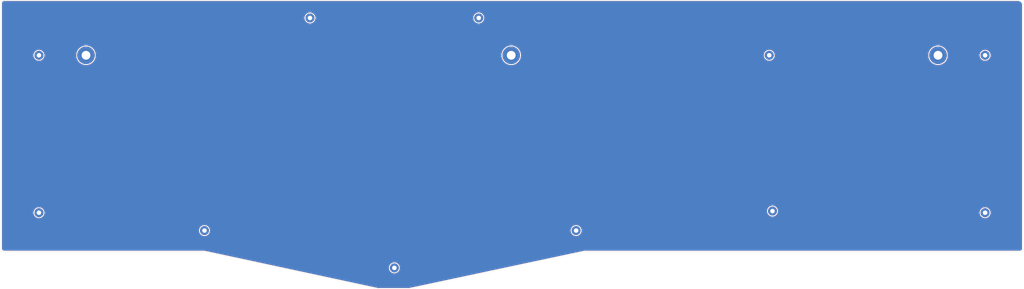
<source format=kicad_pcb>
(kicad_pcb (version 20211014) (generator pcbnew)
  (layers (0 "F.Cu" signal) (31 "B.Cu" signal) (34 "B.Paste" user) (35 "F.Paste" user) (36 "B.SilkS" user "B.Silkscreen") (37 "F.SilkS" user "F.Silkscreen") (38 "B.Mask" user) (39 "F.Mask" user) (44 "Edge.Cuts" user))
  (net 0 "")
  (footprint "MountingHole:MountingHole_2.2mm_M2_Pad" (layer "F.Cu") (at 234.15625 233.3625)
    (fp_text reference "H3" hide)
    (fp_text value "MountingHole")
    (pad "1" thru_hole circle locked (at 0 0) (size 4.4 4.4) (drill 2.2) (layers *.Cu *.Mask))
  )
  (footprint "MountingHole:MountingHole_2.2mm_M2_Pad" (layer "F.Cu") (at 376.2375 251.61875)
    (fp_text reference "H4" hide)
    (fp_text value "MountingHole")
    (pad "1" thru_hole circle locked (at 0 0) (size 4.4 4.4) (drill 2.2) (layers *.Cu *.Mask))
  )
  (footprint "MountingHole:MountingHole_2.2mm_M2_Pad" (layer "F.Cu") (at 151.60625 233.3625)
    (fp_text reference "H2" hide)
    (fp_text value "MountingHole")
    (pad "1" thru_hole circle locked (at 0 0) (size 4.4 4.4) (drill 2.2) (layers *.Cu *.Mask))
  )
  (footprint "MountingHole:MountingHole_4.3mm_M4_Pad" (layer "F.Cu") (at 250.03125 251.61875)
    (fp_text reference "H13" hide)
    (fp_text value "MountingHole_4.3mm_M4_Pad")
    (pad "1" thru_hole circle locked (at 0 0) (size 8.6 8.6) (drill 4.3) (layers *.Cu *.Mask))
  )
  (footprint "MountingHole:MountingHole_4.3mm_M4_Pad" (layer "F.Cu") (at 42.06875 251.61875)
    (fp_text reference "H12" hide)
    (fp_text value "MountingHole_4.3mm_M4_Pad")
    (pad "1" thru_hole circle locked (at 0 0) (size 8.6 8.6) (drill 4.3) (layers *.Cu *.Mask))
  )
  (footprint "MountingHole:MountingHole_2.2mm_M2_Pad" (layer "F.Cu") (at 100.0125 337.34375)
    (fp_text reference "H7" hide)
    (fp_text value "MountingHole")
    (pad "1" thru_hole circle locked (at 0 0) (size 4.4 4.4) (drill 2.2) (layers *.Cu *.Mask))
  )
  (footprint "MountingHole:MountingHole_2.2mm_M2_Pad" (layer "F.Cu") (at 481.80625 328.6125)
    (fp_text reference "H11" hide)
    (fp_text value "MountingHole")
    (pad "1" thru_hole circle locked (at 0 0) (size 4.4 4.4) (drill 2.2) (layers *.Cu *.Mask))
  )
  (footprint "MountingHole:MountingHole_2.2mm_M2_Pad" (layer "F.Cu") (at 192.88125 355.6)
    (fp_text reference "H8" hide)
    (fp_text value "MountingHole")
    (pad "1" thru_hole circle locked (at 0 0) (size 4.4 4.4) (drill 2.2) (layers *.Cu *.Mask))
  )
  (footprint "MountingHole:MountingHole_2.2mm_M2_Pad" (layer "F.Cu") (at 281.78125 337.34375)
    (fp_text reference "H9" hide)
    (fp_text value "MountingHole")
    (pad "1" thru_hole circle locked (at 0 0) (size 4.4 4.4) (drill 2.2) (layers *.Cu *.Mask))
  )
  (footprint "MountingHole:MountingHole_2.2mm_M2_Pad" (layer "F.Cu") (at 481.80625 251.61875)
    (fp_text reference "H5" hide)
    (fp_text value "MountingHole")
    (pad "1" thru_hole circle locked (at 0 0) (size 4.4 4.4) (drill 2.2) (layers *.Cu *.Mask))
  )
  (footprint "MountingHole:MountingHole_2.2mm_M2_Pad" (layer "F.Cu") (at 19.05 328.6125)
    (fp_text reference "H6" hide)
    (fp_text value "MountingHole")
    (pad "1" thru_hole circle locked (at 0 0) (size 4.4 4.4) (drill 2.2) (layers *.Cu *.Mask))
  )
  (footprint "MountingHole:MountingHole_4.3mm_M4_Pad" (layer "F.Cu") (at 458.7875 251.61875)
    (fp_text reference "H14" hide)
    (fp_text value "MountingHole_4.3mm_M4_Pad")
    (pad "1" thru_hole circle locked (at 0 0) (size 8.6 8.6) (drill 4.3) (layers *.Cu *.Mask))
  )
  (footprint "MountingHole:MountingHole_2.2mm_M2_Pad" (layer "F.Cu") (at 19.05 251.61875)
    (fp_text reference "H1" hide)
    (fp_text value "MountingHole")
    (pad "1" thru_hole circle locked (at 0 0) (size 4.4 4.4) (drill 2.2) (layers *.Cu *.Mask))
  )
  (footprint "MountingHole:MountingHole_2.2mm_M2_Pad" (layer "F.Cu") (at 377.825 327.81875)
    (fp_text reference "H10" hide)
    (fp_text value "MountingHole")
    (pad "1" thru_hole circle locked (at 0 0) (size 4.4 4.4) (drill 2.2) (layers *.Cu *.Mask))
  )
  (gr_line (start 500.35625 227.0125) (end 500.35625 346.075) (layer "Edge.Cuts") (width 0.1))
  (gr_line (start 184.94375 365.91875) (end 200.025 365.91875) (layer "Edge.Cuts") (width 0.1))
  (gr_line (start 285.75 347.6625) (end 200.025 365.91875) (layer "Edge.Cuts") (width 0.1))
  (gr_line (start 2.0875 224.63125) (end 497.975 224.63125) (layer "Edge.Cuts") (width 0.1))
  (gr_arc (start 500.35625 346.075) (mid 499.891282 347.197532) (end 498.76875 347.6625) (layer "Edge.Cuts") (width 0.1))
  (gr_arc (start 497.975 224.63125) (mid 499.658798 225.328702) (end 500.35625 227.0125) (layer "Edge.Cuts") (width 0.1))
  (gr_line (start 498.76875 347.6625) (end 285.75 347.6625) (layer "Edge.Cuts") (width 0.1))
  (gr_line (start 0.5 346.075) (end 0.5 226.21875) (layer "Edge.Cuts") (width 0.1))
  (gr_line (start 2.0875 347.6625) (end 100.0125 347.6625) (layer "Edge.Cuts") (width 0.1))
  (gr_arc (start 0.5 226.21875) (mid 0.964968 225.096218) (end 2.0875 224.63125) (layer "Edge.Cuts") (width 0.1))
  (gr_arc (start 2.0875 347.6625) (mid 0.964968 347.197532) (end 0.5 346.075) (layer "Edge.Cuts") (width 0.1))
  (gr_line (start 100.0125 347.6625) (end 184.94375 365.91875) (layer "Edge.Cuts") (width 0.1))
  (zone (net 0) (net_name "") (layers F&B.Cu) (connect_pads (clearance 0.508)) (min_thickness 0.254) (fill yes (thermal_gap 0.508) (thermal_bridge_width 0.508))
    (polygon (pts (xy 500.85625 347.6625) (xy 285.75 347.6625) (xy 200.025 365.91875) (xy 184.94375 365.91875) (xy 100.0125 347.6625) (xy 0 347.6625) (xy 0 224.63125) (xy 500.85625 224.63125)))
  )
)
</source>
